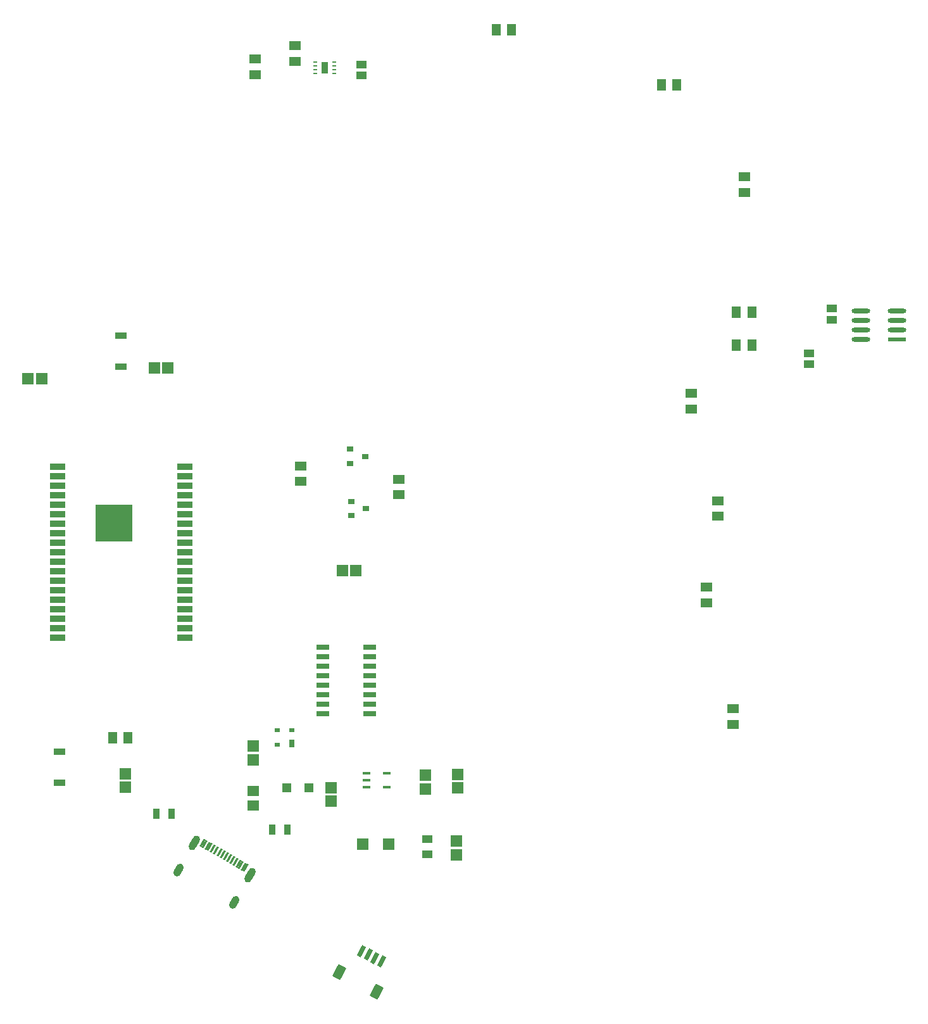
<source format=gtp>
G04*
G04 #@! TF.GenerationSoftware,Altium Limited,Altium Designer,25.5.2 (35)*
G04*
G04 Layer_Color=8421504*
%FSLAX44Y44*%
%MOMM*%
G71*
G04*
G04 #@! TF.SameCoordinates,1C876D45-0CCD-4BF8-8A60-7BCD78DFC47F*
G04*
G04*
G04 #@! TF.FilePolarity,Positive*
G04*
G01*
G75*
G04:AMPARAMS|DCode=18|XSize=1mm|YSize=1.8mm|CornerRadius=0.5mm|HoleSize=0mm|Usage=FLASHONLY|Rotation=330.000|XOffset=0mm|YOffset=0mm|HoleType=Round|Shape=RoundedRectangle|*
%AMROUNDEDRECTD18*
21,1,1.0000,0.8000,0,0,330.0*
21,1,0.0000,1.8000,0,0,330.0*
1,1,1.0000,-0.2000,-0.3464*
1,1,1.0000,-0.2000,-0.3464*
1,1,1.0000,0.2000,0.3464*
1,1,1.0000,0.2000,0.3464*
%
%ADD18ROUNDEDRECTD18*%
G04:AMPARAMS|DCode=19|XSize=1mm|YSize=2.1mm|CornerRadius=0.5mm|HoleSize=0mm|Usage=FLASHONLY|Rotation=330.000|XOffset=0mm|YOffset=0mm|HoleType=Round|Shape=RoundedRectangle|*
%AMROUNDEDRECTD19*
21,1,1.0000,1.1000,0,0,330.0*
21,1,0.0000,2.1000,0,0,330.0*
1,1,1.0000,-0.2750,-0.4763*
1,1,1.0000,-0.2750,-0.4763*
1,1,1.0000,0.2750,0.4763*
1,1,1.0000,0.2750,0.4763*
%
%ADD19ROUNDEDRECTD19*%
%ADD20R,0.9000X1.6000*%
%ADD21R,0.5500X0.2500*%
%ADD22R,2.4741X0.6221*%
G04:AMPARAMS|DCode=23|XSize=2.4741mm|YSize=0.6221mm|CornerRadius=0.3111mm|HoleSize=0mm|Usage=FLASHONLY|Rotation=180.000|XOffset=0mm|YOffset=0mm|HoleType=Round|Shape=RoundedRectangle|*
%AMROUNDEDRECTD23*
21,1,2.4741,0.0000,0,0,180.0*
21,1,1.8519,0.6221,0,0,180.0*
1,1,0.6221,-0.9260,0.0000*
1,1,0.6221,0.9260,0.0000*
1,1,0.6221,0.9260,0.0000*
1,1,0.6221,-0.9260,0.0000*
%
%ADD23ROUNDEDRECTD23*%
%ADD24R,1.3562X1.0546*%
G04:AMPARAMS|DCode=25|XSize=0.3mm|YSize=1.15mm|CornerRadius=0mm|HoleSize=0mm|Usage=FLASHONLY|Rotation=330.000|XOffset=0mm|YOffset=0mm|HoleType=Round|Shape=Rectangle|*
%AMROTATEDRECTD25*
4,1,4,-0.4174,-0.4230,0.1576,0.5730,0.4174,0.4230,-0.1576,-0.5730,-0.4174,-0.4230,0.0*
%
%ADD25ROTATEDRECTD25*%

%ADD26R,1.5500X1.2500*%
%ADD27R,1.2500X1.5500*%
%ADD28R,0.9500X1.4500*%
%ADD29R,1.5500X1.5500*%
%ADD30R,1.8000X0.6400*%
%ADD31R,1.5500X1.5000*%
%ADD32R,0.7000X1.0000*%
%ADD33R,1.1303X0.4318*%
%ADD34R,1.5500X1.5500*%
%ADD35R,1.3500X1.0000*%
G04:AMPARAMS|DCode=36|XSize=1.2mm|YSize=1.8mm|CornerRadius=0mm|HoleSize=0mm|Usage=FLASHONLY|Rotation=152.000|XOffset=0mm|YOffset=0mm|HoleType=Round|Shape=Rectangle|*
%AMROTATEDRECTD36*
4,1,4,0.9523,0.5130,0.1072,-1.0763,-0.9523,-0.5130,-0.1072,1.0763,0.9523,0.5130,0.0*
%
%ADD36ROTATEDRECTD36*%

G04:AMPARAMS|DCode=37|XSize=0.6mm|YSize=1.55mm|CornerRadius=0mm|HoleSize=0mm|Usage=FLASHONLY|Rotation=332.000|XOffset=0mm|YOffset=0mm|HoleType=Round|Shape=Rectangle|*
%AMROTATEDRECTD37*
4,1,4,-0.6287,-0.5434,0.0990,0.8251,0.6287,0.5434,-0.0990,-0.8251,-0.6287,-0.5434,0.0*
%
%ADD37ROTATEDRECTD37*%

%ADD38R,1.5000X0.9500*%
%ADD39R,1.5000X1.5500*%
%ADD40R,2.0000X0.9000*%
%ADD41R,5.0000X5.0000*%
%ADD42R,1.5500X1.4000*%
%ADD43R,1.2500X1.2200*%
%ADD44R,0.7000X0.6000*%
%ADD45R,0.9000X0.8000*%
%ADD46R,1.5000X1.5000*%
D18*
X726681Y233274D02*
D03*
X651764Y276234D02*
D03*
D19*
X747636Y269569D02*
D03*
X672846Y312749D02*
D03*
D20*
X847410Y1348620D02*
D03*
D21*
X834660Y1356120D02*
D03*
Y1351120D02*
D03*
Y1346120D02*
D03*
Y1341120D02*
D03*
X860160D02*
D03*
Y1346120D02*
D03*
Y1351120D02*
D03*
Y1356120D02*
D03*
D22*
X1612931Y985520D02*
D03*
D23*
Y998220D02*
D03*
Y1010920D02*
D03*
Y1023620D02*
D03*
X1564609Y1010920D02*
D03*
Y998220D02*
D03*
Y1023620D02*
D03*
Y985520D02*
D03*
D24*
X1525270Y1012190D02*
D03*
Y1026706D02*
D03*
X896620Y1338942D02*
D03*
Y1353458D02*
D03*
X1494790Y967378D02*
D03*
Y952862D02*
D03*
D25*
X732456Y284636D02*
D03*
X728125Y287136D02*
D03*
X723795Y289636D02*
D03*
X719465Y292136D02*
D03*
X715135Y294636D02*
D03*
X710805Y297136D02*
D03*
X706475Y299636D02*
D03*
X702145Y302136D02*
D03*
X697815Y304636D02*
D03*
X690886Y308636D02*
D03*
X693484Y307136D02*
D03*
X735054Y283136D02*
D03*
X741982Y279136D02*
D03*
X686556Y311136D02*
D03*
X683958Y312636D02*
D03*
X739384Y280636D02*
D03*
D26*
X1372870Y769710D02*
D03*
Y749210D02*
D03*
X1337310Y913220D02*
D03*
Y892720D02*
D03*
X754380Y1360260D02*
D03*
Y1339760D02*
D03*
X807720Y1378040D02*
D03*
Y1357540D02*
D03*
X1393190Y491580D02*
D03*
Y471080D02*
D03*
X1357630Y654140D02*
D03*
X1408430Y1202780D02*
D03*
Y1182280D02*
D03*
X1357630Y633640D02*
D03*
X815270Y816643D02*
D03*
Y796143D02*
D03*
X946080Y778363D02*
D03*
Y798863D02*
D03*
D27*
X1318350Y1325880D02*
D03*
X1297850D02*
D03*
X1398090Y977900D02*
D03*
X1418590D02*
D03*
X1097370Y1399540D02*
D03*
X1076870D02*
D03*
X1398180Y1022350D02*
D03*
X563810Y453333D02*
D03*
X584310D02*
D03*
X1418680Y1022350D02*
D03*
D28*
X797080Y330143D02*
D03*
X777580D02*
D03*
X622640Y351733D02*
D03*
X642140D02*
D03*
D29*
X889290Y676853D02*
D03*
X468920Y933393D02*
D03*
X870790Y676853D02*
D03*
X450420Y933393D02*
D03*
D30*
X845180Y573983D02*
D03*
Y510483D02*
D03*
Y548583D02*
D03*
Y561283D02*
D03*
Y535883D02*
D03*
X907280Y573983D02*
D03*
Y561283D02*
D03*
Y548583D02*
D03*
Y535883D02*
D03*
Y523183D02*
D03*
Y510483D02*
D03*
Y497783D02*
D03*
Y485083D02*
D03*
X845180D02*
D03*
Y497783D02*
D03*
Y523183D02*
D03*
D31*
X1024820Y385913D02*
D03*
X981640Y384753D02*
D03*
X855910Y368133D02*
D03*
X580320Y387183D02*
D03*
Y405183D02*
D03*
X981640Y402753D02*
D03*
X1024820Y403913D02*
D03*
X855910Y386133D02*
D03*
D32*
X803680Y445833D02*
D03*
D33*
X902963Y396183D02*
D03*
X930777Y405683D02*
D03*
X902963D02*
D03*
Y386683D02*
D03*
X930777D02*
D03*
D34*
X1023550Y296403D02*
D03*
X751770Y423763D02*
D03*
Y442263D02*
D03*
X1023550Y314903D02*
D03*
D35*
X984180Y297283D02*
D03*
Y317283D02*
D03*
D36*
X916516Y113738D02*
D03*
X867071Y140028D02*
D03*
D37*
X896741Y168139D02*
D03*
X923229Y154055D02*
D03*
X914400Y158750D02*
D03*
X905571Y163445D02*
D03*
D38*
X575130Y949473D02*
D03*
X492690Y393213D02*
D03*
X575130Y990973D02*
D03*
X492690Y434713D02*
D03*
D39*
X637470Y947363D02*
D03*
X619470D02*
D03*
D40*
X660080Y815353D02*
D03*
X490080D02*
D03*
Y637553D02*
D03*
Y802653D02*
D03*
Y789953D02*
D03*
Y777253D02*
D03*
Y764553D02*
D03*
Y751853D02*
D03*
Y739153D02*
D03*
Y726453D02*
D03*
Y713753D02*
D03*
Y701053D02*
D03*
Y688353D02*
D03*
Y675653D02*
D03*
Y662953D02*
D03*
Y650253D02*
D03*
Y624853D02*
D03*
Y612153D02*
D03*
Y599453D02*
D03*
Y586753D02*
D03*
X660080D02*
D03*
Y599453D02*
D03*
Y612153D02*
D03*
Y624853D02*
D03*
Y637553D02*
D03*
Y650253D02*
D03*
Y662953D02*
D03*
Y675653D02*
D03*
Y688353D02*
D03*
Y701053D02*
D03*
Y713753D02*
D03*
Y726453D02*
D03*
Y739153D02*
D03*
Y751853D02*
D03*
Y764553D02*
D03*
Y777253D02*
D03*
Y789953D02*
D03*
Y802653D02*
D03*
D41*
X565080Y740353D02*
D03*
D42*
X751770Y362553D02*
D03*
Y381553D02*
D03*
D43*
X796710Y386023D02*
D03*
X826210D02*
D03*
D44*
X783680Y443833D02*
D03*
Y462833D02*
D03*
X803680D02*
D03*
D45*
X901470Y829253D02*
D03*
X902740Y759403D02*
D03*
X881470Y838753D02*
D03*
Y819753D02*
D03*
X882740Y768903D02*
D03*
Y749903D02*
D03*
D46*
X898100Y311093D02*
D03*
X933100D02*
D03*
M02*

</source>
